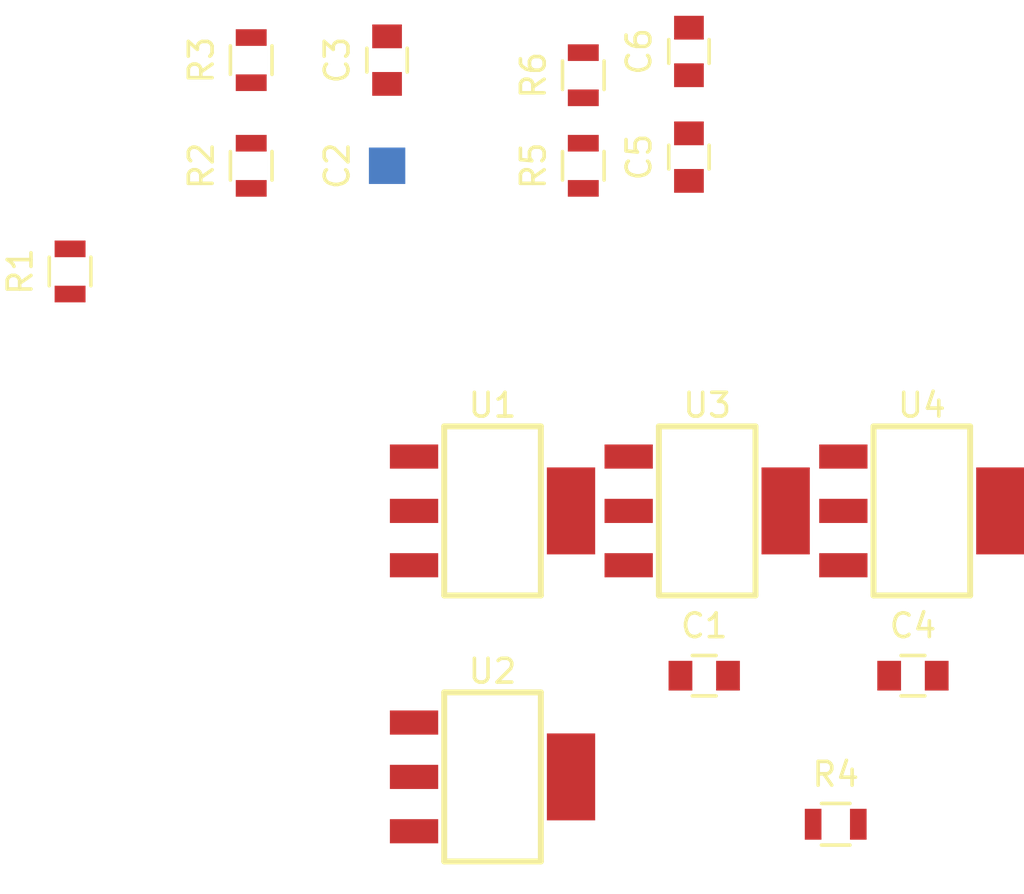
<source format=kicad_pcb>
(kicad_pcb (version 4) (host pcbnew "(2016-06-26 BZR 6948, Git 9a0d346)-product")

  (general
    (links 24)
    (no_connects 24)
    (area 0 0 0 0)
    (thickness 1.6)
    (drawings 0)
    (tracks 0)
    (zones 0)
    (modules 16)
    (nets 5)
  )

  (page A4)
  (layers
    (0 F.Cu signal)
    (31 B.Cu signal)
    (32 B.Adhes user)
    (33 F.Adhes user)
    (34 B.Paste user)
    (35 F.Paste user)
    (36 B.SilkS user)
    (37 F.SilkS user)
    (38 B.Mask user)
    (39 F.Mask user)
    (40 Dwgs.User user)
    (41 Cmts.User user)
    (42 Eco1.User user)
    (43 Eco2.User user)
    (44 Edge.Cuts user)
    (45 Margin user)
    (46 B.CrtYd user)
    (47 F.CrtYd user)
    (48 B.Fab user)
    (49 F.Fab user)
  )

  (setup
    (last_trace_width 0.25)
    (trace_clearance 0.2)
    (zone_clearance 0.508)
    (zone_45_only no)
    (trace_min 0.2)
    (segment_width 0.2)
    (edge_width 0.15)
    (via_size 0.8)
    (via_drill 0.4)
    (via_min_size 0.4)
    (via_min_drill 0.3)
    (uvia_size 0.3)
    (uvia_drill 0.1)
    (uvias_allowed no)
    (uvia_min_size 0.2)
    (uvia_min_drill 0.1)
    (pcb_text_width 0.3)
    (pcb_text_size 1.5 1.5)
    (mod_edge_width 0.15)
    (mod_text_size 1 1)
    (mod_text_width 0.15)
    (pad_size 1.524 1.524)
    (pad_drill 0.762)
    (pad_to_mask_clearance 0.2)
    (aux_axis_origin 0 0)
    (visible_elements FFFEEF7F)
    (pcbplotparams
      (layerselection 0x00030_ffffffff)
      (usegerberextensions false)
      (excludeedgelayer true)
      (linewidth 0.150000)
      (plotframeref false)
      (viasonmask false)
      (mode 1)
      (useauxorigin false)
      (hpglpennumber 1)
      (hpglpenspeed 20)
      (hpglpendiameter 15)
      (psnegative false)
      (psa4output false)
      (plotreference true)
      (plotvalue true)
      (plotinvisibletext false)
      (padsonsilk false)
      (subtractmaskfromsilk false)
      (outputformat 1)
      (mirror false)
      (drillshape 1)
      (scaleselection 1)
      (outputdirectory ""))
  )

  (net 0 "")
  (net 1 B)
  (net 2 A)
  (net 3 GND)
  (net 4 N$00003)

  (net_class Default "This is the default net class."
    (clearance 0.2)
    (trace_width 0.25)
    (via_dia 0.8)
    (via_drill 0.4)
    (uvia_dia 0.3)
    (uvia_drill 0.1)
    (add_net A)
    (add_net B)
    (add_net GND)
    (add_net N$00003)
  )

  (module Capacitors_SMD:C_0805 (layer F.Cu) (tedit 5415D6EA) (tstamp 5787BA1C)
    (at 86.367878 82.410698)
    (descr "Capacitor SMD 0805, reflow soldering, AVX (see smccp.pdf)")
    (tags "capacitor 0805")
    (attr smd)
    (fp_text reference C1 (at 0 -2.1) (layer F.SilkS)
      (effects (font (size 1 1) (thickness 0.15)))
    )
    (fp_text value C-NONPOL (at 0 2.1) (layer F.Fab)
      (effects (font (size 1 1) (thickness 0.15)))
    )
    (fp_line (start -1.8 -1) (end 1.8 -1) (layer F.CrtYd) (width 0.05))
    (fp_line (start -1.8 1) (end 1.8 1) (layer F.CrtYd) (width 0.05))
    (fp_line (start -1.8 -1) (end -1.8 1) (layer F.CrtYd) (width 0.05))
    (fp_line (start 1.8 -1) (end 1.8 1) (layer F.CrtYd) (width 0.05))
    (fp_line (start 0.5 -0.85) (end -0.5 -0.85) (layer F.SilkS) (width 0.15))
    (fp_line (start -0.5 0.85) (end 0.5 0.85) (layer F.SilkS) (width 0.15))
    (pad 1 smd rect (at -1 0) (size 1 1.25) (layers F.Cu F.Paste F.Mask))
    (pad 2 smd rect (at 1 0) (size 1 1.25) (layers F.Cu F.Paste F.Mask))
    (model Capacitors_SMD.3dshapes/C_0805.wrl
      (at (xyz 0 0 0))
      (scale (xyz 1 1 1))
      (rotate (xyz 0 0 0))
    )
  )

  (module Capacitors_SMD:C_0805 (layer F.Cu) (tedit 5415D6EA) (tstamp 5787BA28)
    (at 73.025 60.96 90)
    (fp_text reference C2 (at 0 -2.1 90) (layer F.SilkS)
      (effects (font (size 1 1) (thickness 0.15)))
    )
    (fp_text value 1uF (at 0 2.1 90) (layer F.Fab)
      (effects (font (size 1 1) (thickness 0.15)))
    )
    (pad 1 smd rect (net 2 A))
    (pad 2 smd rect (net 1 B))
  )

  (module Capacitors_SMD:C_0805 (layer F.Cu) (tedit 5415D6EA) (tstamp 5787BA34)
    (at 73.025 56.515 90)
    (descr "Capacitor SMD 0805, reflow soldering, AVX (see smccp.pdf)")
    (tags "capacitor 0805")
    (attr smd)
    (fp_text reference C3 (at 0 -2.1 90) (layer F.SilkS)
      (effects (font (size 1 1) (thickness 0.15)))
    )
    (fp_text value 2uF (at 0 2.1 90) (layer F.Fab)
      (effects (font (size 1 1) (thickness 0.15)))
    )
    (fp_line (start -1.8 -1) (end 1.8 -1) (layer F.CrtYd) (width 0.05))
    (fp_line (start -1.8 1) (end 1.8 1) (layer F.CrtYd) (width 0.05))
    (fp_line (start -1.8 -1) (end -1.8 1) (layer F.CrtYd) (width 0.05))
    (fp_line (start 1.8 -1) (end 1.8 1) (layer F.CrtYd) (width 0.05))
    (fp_line (start 0.5 -0.85) (end -0.5 -0.85) (layer F.SilkS) (width 0.15))
    (fp_line (start -0.5 0.85) (end 0.5 0.85) (layer F.SilkS) (width 0.15))
    (pad 1 smd rect (at -1 0 90) (size 1 1.25) (layers F.Cu F.Paste F.Mask)
      (net 1 B))
    (pad 2 smd rect (at 1 0 90) (size 1 1.25) (layers F.Cu F.Paste F.Mask)
      (net 3 GND))
    (model Capacitors_SMD.3dshapes/C_0805.wrl
      (at (xyz 0 0 0))
      (scale (xyz 1 1 1))
      (rotate (xyz 0 0 0))
    )
  )

  (module Capacitors_SMD:C_0805 (layer F.Cu) (tedit 5415D6EA) (tstamp 5787BA40)
    (at 95.147878 82.410698)
    (descr "Capacitor SMD 0805, reflow soldering, AVX (see smccp.pdf)")
    (tags "capacitor 0805")
    (attr smd)
    (fp_text reference C4 (at 0 -2.1) (layer F.SilkS)
      (effects (font (size 1 1) (thickness 0.15)))
    )
    (fp_text value C-NONPOL (at 0 2.1) (layer F.Fab)
      (effects (font (size 1 1) (thickness 0.15)))
    )
    (fp_line (start -1.8 -1) (end 1.8 -1) (layer F.CrtYd) (width 0.05))
    (fp_line (start -1.8 1) (end 1.8 1) (layer F.CrtYd) (width 0.05))
    (fp_line (start -1.8 -1) (end -1.8 1) (layer F.CrtYd) (width 0.05))
    (fp_line (start 1.8 -1) (end 1.8 1) (layer F.CrtYd) (width 0.05))
    (fp_line (start 0.5 -0.85) (end -0.5 -0.85) (layer F.SilkS) (width 0.15))
    (fp_line (start -0.5 0.85) (end 0.5 0.85) (layer F.SilkS) (width 0.15))
    (pad 1 smd rect (at -1 0) (size 1 1.25) (layers F.Cu F.Paste F.Mask))
    (pad 2 smd rect (at 1 0) (size 1 1.25) (layers F.Cu F.Paste F.Mask))
    (model Capacitors_SMD.3dshapes/C_0805.wrl
      (at (xyz 0 0 0))
      (scale (xyz 1 1 1))
      (rotate (xyz 0 0 0))
    )
  )

  (module Capacitors_SMD:C_0805 (layer F.Cu) (tedit 5415D6EA) (tstamp 5787BA4C)
    (at 85.725 60.595 90)
    (descr "Capacitor SMD 0805, reflow soldering, AVX (see smccp.pdf)")
    (tags "capacitor 0805")
    (attr smd)
    (fp_text reference C5 (at 0 -2.1 90) (layer F.SilkS)
      (effects (font (size 1 1) (thickness 0.15)))
    )
    (fp_text value 1uF (at 0 2.1 90) (layer F.Fab)
      (effects (font (size 1 1) (thickness 0.15)))
    )
    (fp_line (start -1.8 -1) (end 1.8 -1) (layer F.CrtYd) (width 0.05))
    (fp_line (start -1.8 1) (end 1.8 1) (layer F.CrtYd) (width 0.05))
    (fp_line (start -1.8 -1) (end -1.8 1) (layer F.CrtYd) (width 0.05))
    (fp_line (start 1.8 -1) (end 1.8 1) (layer F.CrtYd) (width 0.05))
    (fp_line (start 0.5 -0.85) (end -0.5 -0.85) (layer F.SilkS) (width 0.15))
    (fp_line (start -0.5 0.85) (end 0.5 0.85) (layer F.SilkS) (width 0.15))
    (pad 1 smd rect (at -1 0 90) (size 1 1.25) (layers F.Cu F.Paste F.Mask)
      (net 1 B))
    (pad 2 smd rect (at 1 0 90) (size 1 1.25) (layers F.Cu F.Paste F.Mask)
      (net 4 N$00003))
    (model Capacitors_SMD.3dshapes/C_0805.wrl
      (at (xyz 0 0 0))
      (scale (xyz 1 1 1))
      (rotate (xyz 0 0 0))
    )
  )

  (module Capacitors_SMD:C_0805 (layer F.Cu) (tedit 5415D6EA) (tstamp 5787BA58)
    (at 85.725 56.15 90)
    (descr "Capacitor SMD 0805, reflow soldering, AVX (see smccp.pdf)")
    (tags "capacitor 0805")
    (attr smd)
    (fp_text reference C6 (at 0 -2.1 90) (layer F.SilkS)
      (effects (font (size 1 1) (thickness 0.15)))
    )
    (fp_text value 2uF (at 0 2.1 90) (layer F.Fab)
      (effects (font (size 1 1) (thickness 0.15)))
    )
    (fp_line (start -1.8 -1) (end 1.8 -1) (layer F.CrtYd) (width 0.05))
    (fp_line (start -1.8 1) (end 1.8 1) (layer F.CrtYd) (width 0.05))
    (fp_line (start -1.8 -1) (end -1.8 1) (layer F.CrtYd) (width 0.05))
    (fp_line (start 1.8 -1) (end 1.8 1) (layer F.CrtYd) (width 0.05))
    (fp_line (start 0.5 -0.85) (end -0.5 -0.85) (layer F.SilkS) (width 0.15))
    (fp_line (start -0.5 0.85) (end 0.5 0.85) (layer F.SilkS) (width 0.15))
    (pad 1 smd rect (at -1 0 90) (size 1 1.25) (layers F.Cu F.Paste F.Mask)
      (net 4 N$00003))
    (pad 2 smd rect (at 1 0 90) (size 1 1.25) (layers F.Cu F.Paste F.Mask)
      (net 3 GND))
    (model Capacitors_SMD.3dshapes/C_0805.wrl
      (at (xyz 0 0 0))
      (scale (xyz 1 1 1))
      (rotate (xyz 0 0 0))
    )
  )

  (module Resistors_SMD:R_0805 (layer F.Cu) (tedit 5415CDEB) (tstamp 5787BA64)
    (at 59.69 65.405 90)
    (descr "Resistor SMD 0805, reflow soldering, Vishay (see dcrcw.pdf)")
    (tags "resistor 0805")
    (attr smd)
    (fp_text reference R1 (at 0 -2.1 90) (layer F.SilkS)
      (effects (font (size 1 1) (thickness 0.15)))
    )
    (fp_text value R (at 0 2.1 90) (layer F.Fab)
      (effects (font (size 1 1) (thickness 0.15)))
    )
    (fp_line (start -1.6 -1) (end 1.6 -1) (layer F.CrtYd) (width 0.05))
    (fp_line (start -1.6 1) (end 1.6 1) (layer F.CrtYd) (width 0.05))
    (fp_line (start -1.6 -1) (end -1.6 1) (layer F.CrtYd) (width 0.05))
    (fp_line (start 1.6 -1) (end 1.6 1) (layer F.CrtYd) (width 0.05))
    (fp_line (start 0.6 0.875) (end -0.6 0.875) (layer F.SilkS) (width 0.15))
    (fp_line (start -0.6 -0.875) (end 0.6 -0.875) (layer F.SilkS) (width 0.15))
    (pad 1 smd rect (at -0.95 0 90) (size 0.7 1.3) (layers F.Cu F.Paste F.Mask))
    (pad 2 smd rect (at 0.95 0 90) (size 0.7 1.3) (layers F.Cu F.Paste F.Mask))
    (model Resistors_SMD.3dshapes/R_0805.wrl
      (at (xyz 0 0 0))
      (scale (xyz 1 1 1))
      (rotate (xyz 0 0 0))
    )
  )

  (module Resistors_SMD:R_0805 (layer F.Cu) (tedit 5415CDEB) (tstamp 5787BA70)
    (at 67.31 60.96 90)
    (descr "Resistor SMD 0805, reflow soldering, Vishay (see dcrcw.pdf)")
    (tags "resistor 0805")
    (attr smd)
    (fp_text reference R2 (at 0 -2.1 90) (layer F.SilkS)
      (effects (font (size 1 1) (thickness 0.15)))
    )
    (fp_text value 1K6 (at 0 2.1 90) (layer F.Fab)
      (effects (font (size 1 1) (thickness 0.15)))
    )
    (fp_line (start -1.6 -1) (end 1.6 -1) (layer F.CrtYd) (width 0.05))
    (fp_line (start -1.6 1) (end 1.6 1) (layer F.CrtYd) (width 0.05))
    (fp_line (start -1.6 -1) (end -1.6 1) (layer F.CrtYd) (width 0.05))
    (fp_line (start 1.6 -1) (end 1.6 1) (layer F.CrtYd) (width 0.05))
    (fp_line (start 0.6 0.875) (end -0.6 0.875) (layer F.SilkS) (width 0.15))
    (fp_line (start -0.6 -0.875) (end 0.6 -0.875) (layer F.SilkS) (width 0.15))
    (pad 1 smd rect (at -0.95 0 90) (size 0.7 1.3) (layers F.Cu F.Paste F.Mask)
      (net 2 A))
    (pad 2 smd rect (at 0.95 0 90) (size 0.7 1.3) (layers F.Cu F.Paste F.Mask)
      (net 1 B))
    (model Resistors_SMD.3dshapes/R_0805.wrl
      (at (xyz 0 0 0))
      (scale (xyz 1 1 1))
      (rotate (xyz 0 0 0))
    )
  )

  (module Resistors_SMD:R_0805 (layer F.Cu) (tedit 5415CDEB) (tstamp 5787BA7C)
    (at 67.31 56.515 90)
    (descr "Resistor SMD 0805, reflow soldering, Vishay (see dcrcw.pdf)")
    (tags "resistor 0805")
    (attr smd)
    (fp_text reference R3 (at 0 -2.1 90) (layer F.SilkS)
      (effects (font (size 1 1) (thickness 0.15)))
    )
    (fp_text value 500K3 (at 0 2.1 90) (layer F.Fab)
      (effects (font (size 1 1) (thickness 0.15)))
    )
    (fp_line (start -1.6 -1) (end 1.6 -1) (layer F.CrtYd) (width 0.05))
    (fp_line (start -1.6 1) (end 1.6 1) (layer F.CrtYd) (width 0.05))
    (fp_line (start -1.6 -1) (end -1.6 1) (layer F.CrtYd) (width 0.05))
    (fp_line (start 1.6 -1) (end 1.6 1) (layer F.CrtYd) (width 0.05))
    (fp_line (start 0.6 0.875) (end -0.6 0.875) (layer F.SilkS) (width 0.15))
    (fp_line (start -0.6 -0.875) (end 0.6 -0.875) (layer F.SilkS) (width 0.15))
    (pad 1 smd rect (at -0.95 0 90) (size 0.7 1.3) (layers F.Cu F.Paste F.Mask)
      (net 1 B))
    (pad 2 smd rect (at 0.95 0 90) (size 0.7 1.3) (layers F.Cu F.Paste F.Mask)
      (net 3 GND))
    (model Resistors_SMD.3dshapes/R_0805.wrl
      (at (xyz 0 0 0))
      (scale (xyz 1 1 1))
      (rotate (xyz 0 0 0))
    )
  )

  (module Resistors_SMD:R_0805 (layer F.Cu) (tedit 5415CDEB) (tstamp 5787BA88)
    (at 91.898832 88.660698)
    (descr "Resistor SMD 0805, reflow soldering, Vishay (see dcrcw.pdf)")
    (tags "resistor 0805")
    (attr smd)
    (fp_text reference R4 (at 0 -2.1) (layer F.SilkS)
      (effects (font (size 1 1) (thickness 0.15)))
    )
    (fp_text value R (at 0 2.1) (layer F.Fab)
      (effects (font (size 1 1) (thickness 0.15)))
    )
    (fp_line (start -1.6 -1) (end 1.6 -1) (layer F.CrtYd) (width 0.05))
    (fp_line (start -1.6 1) (end 1.6 1) (layer F.CrtYd) (width 0.05))
    (fp_line (start -1.6 -1) (end -1.6 1) (layer F.CrtYd) (width 0.05))
    (fp_line (start 1.6 -1) (end 1.6 1) (layer F.CrtYd) (width 0.05))
    (fp_line (start 0.6 0.875) (end -0.6 0.875) (layer F.SilkS) (width 0.15))
    (fp_line (start -0.6 -0.875) (end 0.6 -0.875) (layer F.SilkS) (width 0.15))
    (pad 1 smd rect (at -0.95 0) (size 0.7 1.3) (layers F.Cu F.Paste F.Mask))
    (pad 2 smd rect (at 0.95 0) (size 0.7 1.3) (layers F.Cu F.Paste F.Mask))
    (model Resistors_SMD.3dshapes/R_0805.wrl
      (at (xyz 0 0 0))
      (scale (xyz 1 1 1))
      (rotate (xyz 0 0 0))
    )
  )

  (module Resistors_SMD:R_0805 (layer F.Cu) (tedit 5415CDEB) (tstamp 5787BA94)
    (at 81.28 60.96 90)
    (descr "Resistor SMD 0805, reflow soldering, Vishay (see dcrcw.pdf)")
    (tags "resistor 0805")
    (attr smd)
    (fp_text reference R5 (at 0 -2.1 90) (layer F.SilkS)
      (effects (font (size 1 1) (thickness 0.15)))
    )
    (fp_text value 1K6 (at 0 2.1 90) (layer F.Fab)
      (effects (font (size 1 1) (thickness 0.15)))
    )
    (fp_line (start -1.6 -1) (end 1.6 -1) (layer F.CrtYd) (width 0.05))
    (fp_line (start -1.6 1) (end 1.6 1) (layer F.CrtYd) (width 0.05))
    (fp_line (start -1.6 -1) (end -1.6 1) (layer F.CrtYd) (width 0.05))
    (fp_line (start 1.6 -1) (end 1.6 1) (layer F.CrtYd) (width 0.05))
    (fp_line (start 0.6 0.875) (end -0.6 0.875) (layer F.SilkS) (width 0.15))
    (fp_line (start -0.6 -0.875) (end 0.6 -0.875) (layer F.SilkS) (width 0.15))
    (pad 1 smd rect (at -0.95 0 90) (size 0.7 1.3) (layers F.Cu F.Paste F.Mask)
      (net 1 B))
    (pad 2 smd rect (at 0.95 0 90) (size 0.7 1.3) (layers F.Cu F.Paste F.Mask)
      (net 4 N$00003))
    (model Resistors_SMD.3dshapes/R_0805.wrl
      (at (xyz 0 0 0))
      (scale (xyz 1 1 1))
      (rotate (xyz 0 0 0))
    )
  )

  (module Resistors_SMD:R_0805 (layer F.Cu) (tedit 5415CDEB) (tstamp 5787BAA0)
    (at 81.28 57.15 90)
    (descr "Resistor SMD 0805, reflow soldering, Vishay (see dcrcw.pdf)")
    (tags "resistor 0805")
    (attr smd)
    (fp_text reference R6 (at 0 -2.1 90) (layer F.SilkS)
      (effects (font (size 1 1) (thickness 0.15)))
    )
    (fp_text value 500K3 (at 0 2.1 90) (layer F.Fab)
      (effects (font (size 1 1) (thickness 0.15)))
    )
    (fp_line (start -1.6 -1) (end 1.6 -1) (layer F.CrtYd) (width 0.05))
    (fp_line (start -1.6 1) (end 1.6 1) (layer F.CrtYd) (width 0.05))
    (fp_line (start -1.6 -1) (end -1.6 1) (layer F.CrtYd) (width 0.05))
    (fp_line (start 1.6 -1) (end 1.6 1) (layer F.CrtYd) (width 0.05))
    (fp_line (start 0.6 0.875) (end -0.6 0.875) (layer F.SilkS) (width 0.15))
    (fp_line (start -0.6 -0.875) (end 0.6 -0.875) (layer F.SilkS) (width 0.15))
    (pad 1 smd rect (at -0.95 0 90) (size 0.7 1.3) (layers F.Cu F.Paste F.Mask)
      (net 4 N$00003))
    (pad 2 smd rect (at 0.95 0 90) (size 0.7 1.3) (layers F.Cu F.Paste F.Mask)
      (net 3 GND))
    (model Resistors_SMD.3dshapes/R_0805.wrl
      (at (xyz 0 0 0))
      (scale (xyz 1 1 1))
      (rotate (xyz 0 0 0))
    )
  )

  (module XESS:SOT-223 (layer F.Cu) (tedit 55096D85) (tstamp 5787BAAC)
    (at 77.461831 75.478341)
    (descr "module CMS SOT223 4 pins")
    (tags "CMS SOT")
    (attr smd)
    (fp_text reference U1 (at 0 -4.445) (layer F.SilkS)
      (effects (font (size 1 1) (thickness 0.15)))
    )
    (fp_text value NCV1117 (at -1.397 -3.683 90) (layer F.Fab)
      (effects (font (size 1 1) (thickness 0.15)))
    )
    (fp_line (start 2.032 3.556) (end -2.032 3.556) (layer F.SilkS) (width 0.25))
    (fp_line (start 2.032 -3.556) (end -2.032 -3.556) (layer F.SilkS) (width 0.25))
    (fp_line (start 2.032 -3.556) (end 2.032 3.556) (layer F.SilkS) (width 0.25))
    (fp_line (start -2.032 3.556) (end -2.032 -3.556) (layer F.SilkS) (width 0.25))
    (pad 4 smd rect (at 3.302 0 270) (size 3.6576 2.032) (layers F.Cu F.Paste F.Mask))
    (pad 2 smd rect (at -3.302 0 270) (size 1.016 2.032) (layers F.Cu F.Paste F.Mask)
      (net 1 B))
    (pad 3 smd rect (at -3.302 2.286 270) (size 1.016 2.032) (layers F.Cu F.Paste F.Mask)
      (net 2 A))
    (pad 1 smd rect (at -3.302 -2.286 270) (size 1.016 2.032) (layers F.Cu F.Paste F.Mask)
      (net 3 GND))
    (model SMD_Packages.3dshapes/SOT-223.wrl
      (at (xyz 0 0 0))
      (scale (xyz 0.4 0.4 0.4))
      (rotate (xyz 0 0 0))
    )
    (model xess.3dshapes/AB2_SOT223.wrl
      (at (xyz 0 0 0))
      (scale (xyz 0.4 0.4 0.4))
      (rotate (xyz 0 0 90))
    )
  )

  (module XESS:SOT-223 (layer F.Cu) (tedit 55096D85) (tstamp 5787BAB8)
    (at 77.461831 86.668341)
    (descr "module CMS SOT223 4 pins")
    (tags "CMS SOT")
    (attr smd)
    (fp_text reference U2 (at 0 -4.445) (layer F.SilkS)
      (effects (font (size 1 1) (thickness 0.15)))
    )
    (fp_text value NCV1117 (at -1.397 -3.683 90) (layer F.Fab)
      (effects (font (size 1 1) (thickness 0.15)))
    )
    (fp_line (start 2.032 3.556) (end -2.032 3.556) (layer F.SilkS) (width 0.25))
    (fp_line (start 2.032 -3.556) (end -2.032 -3.556) (layer F.SilkS) (width 0.25))
    (fp_line (start 2.032 -3.556) (end 2.032 3.556) (layer F.SilkS) (width 0.25))
    (fp_line (start -2.032 3.556) (end -2.032 -3.556) (layer F.SilkS) (width 0.25))
    (pad 4 smd rect (at 3.302 0 270) (size 3.6576 2.032) (layers F.Cu F.Paste F.Mask))
    (pad 2 smd rect (at -3.302 0 270) (size 1.016 2.032) (layers F.Cu F.Paste F.Mask)
      (net 1 B))
    (pad 3 smd rect (at -3.302 2.286 270) (size 1.016 2.032) (layers F.Cu F.Paste F.Mask)
      (net 2 A))
    (pad 1 smd rect (at -3.302 -2.286 270) (size 1.016 2.032) (layers F.Cu F.Paste F.Mask)
      (net 3 GND))
    (model SMD_Packages.3dshapes/SOT-223.wrl
      (at (xyz 0 0 0))
      (scale (xyz 0.4 0.4 0.4))
      (rotate (xyz 0 0 0))
    )
    (model xess.3dshapes/AB2_SOT223.wrl
      (at (xyz 0 0 0))
      (scale (xyz 0.4 0.4 0.4))
      (rotate (xyz 0 0 90))
    )
  )

  (module XESS:SOT-223 (layer F.Cu) (tedit 55096D85) (tstamp 5787BAC4)
    (at 86.491831 75.478341)
    (descr "module CMS SOT223 4 pins")
    (tags "CMS SOT")
    (attr smd)
    (fp_text reference U3 (at 0 -4.445) (layer F.SilkS)
      (effects (font (size 1 1) (thickness 0.15)))
    )
    (fp_text value NCV1117 (at -1.397 -3.683 90) (layer F.Fab)
      (effects (font (size 1 1) (thickness 0.15)))
    )
    (fp_line (start 2.032 3.556) (end -2.032 3.556) (layer F.SilkS) (width 0.25))
    (fp_line (start 2.032 -3.556) (end -2.032 -3.556) (layer F.SilkS) (width 0.25))
    (fp_line (start 2.032 -3.556) (end 2.032 3.556) (layer F.SilkS) (width 0.25))
    (fp_line (start -2.032 3.556) (end -2.032 -3.556) (layer F.SilkS) (width 0.25))
    (pad 4 smd rect (at 3.302 0 270) (size 3.6576 2.032) (layers F.Cu F.Paste F.Mask))
    (pad 2 smd rect (at -3.302 0 270) (size 1.016 2.032) (layers F.Cu F.Paste F.Mask)
      (net 4 N$00003))
    (pad 3 smd rect (at -3.302 2.286 270) (size 1.016 2.032) (layers F.Cu F.Paste F.Mask)
      (net 1 B))
    (pad 1 smd rect (at -3.302 -2.286 270) (size 1.016 2.032) (layers F.Cu F.Paste F.Mask)
      (net 3 GND))
    (model SMD_Packages.3dshapes/SOT-223.wrl
      (at (xyz 0 0 0))
      (scale (xyz 0.4 0.4 0.4))
      (rotate (xyz 0 0 0))
    )
    (model xess.3dshapes/AB2_SOT223.wrl
      (at (xyz 0 0 0))
      (scale (xyz 0.4 0.4 0.4))
      (rotate (xyz 0 0 90))
    )
  )

  (module XESS:SOT-223 (layer F.Cu) (tedit 55096D85) (tstamp 5787BAD0)
    (at 95.521831 75.478341)
    (descr "module CMS SOT223 4 pins")
    (tags "CMS SOT")
    (attr smd)
    (fp_text reference U4 (at 0 -4.445) (layer F.SilkS)
      (effects (font (size 1 1) (thickness 0.15)))
    )
    (fp_text value NCV1117 (at -1.397 -3.683 90) (layer F.Fab)
      (effects (font (size 1 1) (thickness 0.15)))
    )
    (fp_line (start 2.032 3.556) (end -2.032 3.556) (layer F.SilkS) (width 0.25))
    (fp_line (start 2.032 -3.556) (end -2.032 -3.556) (layer F.SilkS) (width 0.25))
    (fp_line (start 2.032 -3.556) (end 2.032 3.556) (layer F.SilkS) (width 0.25))
    (fp_line (start -2.032 3.556) (end -2.032 -3.556) (layer F.SilkS) (width 0.25))
    (pad 4 smd rect (at 3.302 0 270) (size 3.6576 2.032) (layers F.Cu F.Paste F.Mask))
    (pad 2 smd rect (at -3.302 0 270) (size 1.016 2.032) (layers F.Cu F.Paste F.Mask)
      (net 4 N$00003))
    (pad 3 smd rect (at -3.302 2.286 270) (size 1.016 2.032) (layers F.Cu F.Paste F.Mask)
      (net 1 B))
    (pad 1 smd rect (at -3.302 -2.286 270) (size 1.016 2.032) (layers F.Cu F.Paste F.Mask)
      (net 3 GND))
    (model SMD_Packages.3dshapes/SOT-223.wrl
      (at (xyz 0 0 0))
      (scale (xyz 0.4 0.4 0.4))
      (rotate (xyz 0 0 0))
    )
    (model xess.3dshapes/AB2_SOT223.wrl
      (at (xyz 0 0 0))
      (scale (xyz 0.4 0.4 0.4))
      (rotate (xyz 0 0 90))
    )
  )

)

</source>
